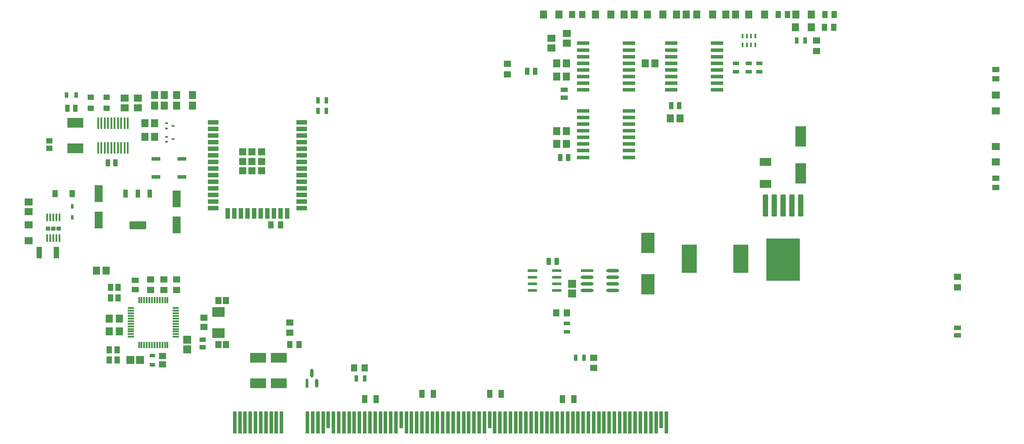
<source format=gtp>
G04*
G04 #@! TF.GenerationSoftware,Altium Limited,Altium Designer,21.3.2 (30)*
G04*
G04 Layer_Color=8421504*
%FSLAX25Y25*%
%MOIN*%
G70*
G04*
G04 #@! TF.SameCoordinates,06CA3BE7-F167-48F9-AA53-4FDEF555C1C3*
G04*
G04*
G04 #@! TF.FilePolarity,Positive*
G04*
G01*
G75*
%ADD20R,0.05512X0.06102*%
%ADD21R,0.04921X0.03150*%
%ADD22R,0.01772X0.03543*%
%ADD23R,0.03937X0.05315*%
G04:AMPARAMS|DCode=24|XSize=97.4mil|YSize=24.49mil|CornerRadius=12.25mil|HoleSize=0mil|Usage=FLASHONLY|Rotation=0.000|XOffset=0mil|YOffset=0mil|HoleType=Round|Shape=RoundedRectangle|*
%AMROUNDEDRECTD24*
21,1,0.09740,0.00000,0,0,0.0*
21,1,0.07291,0.02449,0,0,0.0*
1,1,0.02449,0.03646,0.00000*
1,1,0.02449,-0.03646,0.00000*
1,1,0.02449,-0.03646,0.00000*
1,1,0.02449,0.03646,0.00000*
%
%ADD24ROUNDEDRECTD24*%
%ADD25R,0.09740X0.02449*%
%ADD26R,0.07874X0.15748*%
%ADD27R,0.08583X0.06378*%
%ADD28R,0.09843X0.15748*%
%ADD29R,0.11417X0.21260*%
G04:AMPARAMS|DCode=30|XSize=39.37mil|YSize=163.39mil|CornerRadius=1.97mil|HoleSize=0mil|Usage=FLASHONLY|Rotation=0.000|XOffset=0mil|YOffset=0mil|HoleType=Round|Shape=RoundedRectangle|*
%AMROUNDEDRECTD30*
21,1,0.03937,0.15945,0,0,0.0*
21,1,0.03543,0.16339,0,0,0.0*
1,1,0.00394,0.01772,-0.07972*
1,1,0.00394,-0.01772,-0.07972*
1,1,0.00394,-0.01772,0.07972*
1,1,0.00394,0.01772,0.07972*
%
%ADD30ROUNDEDRECTD30*%
G04:AMPARAMS|DCode=31|XSize=251.97mil|YSize=322.84mil|CornerRadius=2.52mil|HoleSize=0mil|Usage=FLASHONLY|Rotation=0.000|XOffset=0mil|YOffset=0mil|HoleType=Round|Shape=RoundedRectangle|*
%AMROUNDEDRECTD31*
21,1,0.25197,0.31780,0,0,0.0*
21,1,0.24693,0.32284,0,0,0.0*
1,1,0.00504,0.12347,-0.15890*
1,1,0.00504,-0.12347,-0.15890*
1,1,0.00504,-0.12347,0.15890*
1,1,0.00504,0.12347,0.15890*
%
%ADD31ROUNDEDRECTD31*%
%ADD32R,0.03150X0.04921*%
%ADD33R,0.05709X0.04724*%
%ADD34R,0.05906X0.05512*%
%ADD35R,0.06102X0.05512*%
%ADD36R,0.05315X0.03740*%
%ADD37R,0.05512X0.05906*%
%ADD38R,0.03740X0.05315*%
%ADD39R,0.05315X0.03937*%
%ADD40R,0.02468X0.06530*%
G04:AMPARAMS|DCode=41|XSize=65.3mil|YSize=24.68mil|CornerRadius=12.34mil|HoleSize=0mil|Usage=FLASHONLY|Rotation=90.000|XOffset=0mil|YOffset=0mil|HoleType=Round|Shape=RoundedRectangle|*
%AMROUNDEDRECTD41*
21,1,0.06530,0.00000,0,0,90.0*
21,1,0.04063,0.02468,0,0,90.0*
1,1,0.02468,0.00000,0.02031*
1,1,0.02468,0.00000,-0.02031*
1,1,0.02468,0.00000,-0.02031*
1,1,0.02468,0.00000,0.02031*
%
%ADD41ROUNDEDRECTD41*%
%ADD42R,0.04724X0.05709*%
%ADD43R,0.06102X0.06102*%
%ADD44R,0.04331X0.08661*%
%ADD45R,0.04331X0.05315*%
%ADD46R,0.02126X0.03386*%
G04:AMPARAMS|DCode=47|XSize=59.06mil|YSize=11.81mil|CornerRadius=1.95mil|HoleSize=0mil|Usage=FLASHONLY|Rotation=90.000|XOffset=0mil|YOffset=0mil|HoleType=Round|Shape=RoundedRectangle|*
%AMROUNDEDRECTD47*
21,1,0.05906,0.00791,0,0,90.0*
21,1,0.05516,0.01181,0,0,90.0*
1,1,0.00390,0.00396,0.02758*
1,1,0.00390,0.00396,-0.02758*
1,1,0.00390,-0.00396,-0.02758*
1,1,0.00390,-0.00396,0.02758*
%
%ADD47ROUNDEDRECTD47*%
%ADD48R,0.07378X0.02134*%
G04:AMPARAMS|DCode=49|XSize=73.78mil|YSize=21.34mil|CornerRadius=10.67mil|HoleSize=0mil|Usage=FLASHONLY|Rotation=0.000|XOffset=0mil|YOffset=0mil|HoleType=Round|Shape=RoundedRectangle|*
%AMROUNDEDRECTD49*
21,1,0.07378,0.00000,0,0,0.0*
21,1,0.05244,0.02134,0,0,0.0*
1,1,0.02134,0.02622,0.00000*
1,1,0.02134,-0.02622,0.00000*
1,1,0.02134,-0.02622,0.00000*
1,1,0.02134,0.02622,0.00000*
%
%ADD49ROUNDEDRECTD49*%
%ADD50R,0.09449X0.03150*%
%ADD51R,0.09449X0.02756*%
%ADD52R,0.06299X0.12598*%
%ADD53R,0.12400X0.07700*%
%ADD54R,0.03937X0.05906*%
%ADD55R,0.02756X0.16535*%
%ADD56R,0.02756X0.12598*%
G04:AMPARAMS|DCode=57|XSize=124.02mil|YSize=57.09mil|CornerRadius=2mil|HoleSize=0mil|Usage=FLASHONLY|Rotation=0.000|XOffset=0mil|YOffset=0mil|HoleType=Round|Shape=RoundedRectangle|*
%AMROUNDEDRECTD57*
21,1,0.12402,0.05309,0,0,0.0*
21,1,0.12002,0.05709,0,0,0.0*
1,1,0.00400,0.06001,-0.02655*
1,1,0.00400,-0.06001,-0.02655*
1,1,0.00400,-0.06001,0.02655*
1,1,0.00400,0.06001,0.02655*
%
%ADD57ROUNDEDRECTD57*%
G04:AMPARAMS|DCode=58|XSize=35.43mil|YSize=57.09mil|CornerRadius=1.95mil|HoleSize=0mil|Usage=FLASHONLY|Rotation=0.000|XOffset=0mil|YOffset=0mil|HoleType=Round|Shape=RoundedRectangle|*
%AMROUNDEDRECTD58*
21,1,0.03543,0.05319,0,0,0.0*
21,1,0.03154,0.05709,0,0,0.0*
1,1,0.00390,0.01577,-0.02659*
1,1,0.00390,-0.01577,-0.02659*
1,1,0.00390,-0.01577,0.02659*
1,1,0.00390,0.01577,0.02659*
%
%ADD58ROUNDEDRECTD58*%
%ADD59R,0.04528X0.05315*%
%ADD60R,0.06102X0.06102*%
%ADD61R,0.04134X0.03150*%
%ADD62R,0.05709X0.05118*%
%ADD63R,0.05709X0.04528*%
%ADD64R,0.09449X0.07480*%
%ADD65R,0.04969X0.03771*%
%ADD66R,0.05727X0.06127*%
%ADD67R,0.05315X0.06102*%
%ADD68R,0.06693X0.03150*%
%ADD69R,0.02000X0.01402*%
%ADD70R,0.05118X0.01181*%
%ADD71R,0.01181X0.05118*%
%ADD72R,0.04724X0.04331*%
%ADD73R,0.03150X0.04134*%
G04:AMPARAMS|DCode=74|XSize=88.58mil|YSize=15.75mil|CornerRadius=7.87mil|HoleSize=0mil|Usage=FLASHONLY|Rotation=270.000|XOffset=0mil|YOffset=0mil|HoleType=Round|Shape=RoundedRectangle|*
%AMROUNDEDRECTD74*
21,1,0.08858,0.00000,0,0,270.0*
21,1,0.07284,0.01575,0,0,270.0*
1,1,0.01575,0.00000,-0.03642*
1,1,0.01575,0.00000,0.03642*
1,1,0.01575,0.00000,0.03642*
1,1,0.01575,0.00000,-0.03642*
%
%ADD74ROUNDEDRECTD74*%
%ADD75R,0.05151X0.03960*%
%ADD76R,0.07874X0.03543*%
%ADD77R,0.03543X0.07874*%
%ADD78R,0.05236X0.05236*%
G36*
X37022Y162028D02*
X39908D01*
X39947D01*
X40019Y161998D01*
X40074Y161942D01*
X40104Y161870D01*
Y161831D01*
D01*
Y159468D01*
Y159429D01*
X40074Y159357D01*
X40019Y159302D01*
X39947Y159272D01*
X39908D01*
D01*
X37022D01*
X36983D01*
X36910Y159302D01*
X36855Y159357D01*
X36825Y159429D01*
Y159468D01*
D01*
Y161831D01*
Y161870D01*
X36855Y161942D01*
X36910Y161998D01*
X36983Y162028D01*
X37022D01*
D01*
D02*
G37*
G36*
X44159Y159468D02*
Y159429D01*
X44129Y159357D01*
X44074Y159302D01*
X44002Y159272D01*
X43963D01*
D01*
X41077D01*
X41038D01*
X40965Y159302D01*
X40910Y159357D01*
X40880Y159429D01*
Y159468D01*
D01*
Y161831D01*
Y161870D01*
X40910Y161942D01*
X40965Y161998D01*
X41038Y162028D01*
X41077D01*
D01*
X43963D01*
X44002D01*
X44074Y161998D01*
X44129Y161942D01*
X44159Y161870D01*
Y161831D01*
D01*
Y159468D01*
D02*
G37*
G36*
X45132Y162028D02*
X48018D01*
X48057D01*
X48129Y161998D01*
X48185Y161942D01*
X48215Y161870D01*
Y161831D01*
D01*
Y159468D01*
Y159429D01*
X48185Y159357D01*
X48129Y159302D01*
X48057Y159272D01*
X48018D01*
D01*
X45132D01*
X45093D01*
X45020Y159302D01*
X44965Y159357D01*
X44935Y159429D01*
Y159468D01*
D01*
Y161831D01*
Y161870D01*
X44965Y161942D01*
X45020Y161998D01*
X45093Y162028D01*
X45132D01*
D01*
D02*
G37*
D20*
X516929Y244094D02*
D03*
X509449D02*
D03*
X423425Y224803D02*
D03*
X430905D02*
D03*
X423425Y275984D02*
D03*
X430905D02*
D03*
X490354Y285965D02*
D03*
X497835D02*
D03*
X423425Y234646D02*
D03*
X430905D02*
D03*
X423425Y285965D02*
D03*
X430905D02*
D03*
X482087Y322835D02*
D03*
X474606D02*
D03*
X558858D02*
D03*
X551378D02*
D03*
X521457D02*
D03*
X513976D02*
D03*
X119095Y261811D02*
D03*
X126575D02*
D03*
X119095Y253937D02*
D03*
X126575D02*
D03*
X111614Y230315D02*
D03*
X119095D02*
D03*
X111614Y240551D02*
D03*
X119095D02*
D03*
D21*
X568898Y285965D02*
D03*
Y279665D02*
D03*
X576772Y285965D02*
D03*
Y279665D02*
D03*
X559055Y285965D02*
D03*
Y279665D02*
D03*
X431102Y88779D02*
D03*
Y82480D02*
D03*
D22*
X564173Y306496D02*
D03*
X567323D02*
D03*
X570472D02*
D03*
X573622D02*
D03*
Y299803D02*
D03*
X570472D02*
D03*
X567323D02*
D03*
X564173D02*
D03*
D23*
X214350Y163386D02*
D03*
X207264D02*
D03*
X626181Y313189D02*
D03*
X633268D02*
D03*
X633465Y322835D02*
D03*
X626378D02*
D03*
X598032D02*
D03*
X590945D02*
D03*
X221457Y72835D02*
D03*
X228543D02*
D03*
X91535Y108268D02*
D03*
X85630D02*
D03*
X91535Y116142D02*
D03*
X85630D02*
D03*
X84744Y61024D02*
D03*
X90650D02*
D03*
X84744Y68898D02*
D03*
X90650D02*
D03*
D24*
X465614Y128957D02*
D03*
Y123957D02*
D03*
Y118957D02*
D03*
Y113957D02*
D03*
X446590D02*
D03*
Y118957D02*
D03*
Y123957D02*
D03*
D25*
Y128957D02*
D03*
D26*
X608268Y230512D02*
D03*
Y202559D02*
D03*
D27*
X581496Y194449D02*
D03*
Y211063D02*
D03*
D28*
X492520Y150000D02*
D03*
Y118504D02*
D03*
D29*
X562795Y137795D02*
D03*
X523819D02*
D03*
D30*
X608268Y178150D02*
D03*
X601575D02*
D03*
X594882D02*
D03*
X588189D02*
D03*
X581496D02*
D03*
D31*
X594882Y137008D02*
D03*
D32*
X444095Y62992D02*
D03*
X437795D02*
D03*
X278150Y47244D02*
D03*
X271850D02*
D03*
X605118Y303150D02*
D03*
X611417D02*
D03*
X249213Y250000D02*
D03*
X242913D02*
D03*
X249213Y257874D02*
D03*
X242913D02*
D03*
D33*
X451575Y62992D02*
D03*
Y55118D02*
D03*
X726772Y116142D02*
D03*
Y124016D02*
D03*
X221457Y89567D02*
D03*
Y81693D02*
D03*
X386181Y277559D02*
D03*
Y285433D02*
D03*
X620079Y295276D02*
D03*
Y303150D02*
D03*
X135827Y122047D02*
D03*
Y114173D02*
D03*
X125984Y122047D02*
D03*
Y114173D02*
D03*
X116142Y122047D02*
D03*
Y114173D02*
D03*
D34*
X23622Y151575D02*
D03*
Y163386D02*
D03*
X755905Y211024D02*
D03*
Y222835D02*
D03*
Y261811D02*
D03*
Y250000D02*
D03*
D35*
X23622Y180905D02*
D03*
Y173425D02*
D03*
X419291Y304921D02*
D03*
Y297441D02*
D03*
X431102Y308642D02*
D03*
Y301161D02*
D03*
X106299Y259646D02*
D03*
Y252165D02*
D03*
X96457Y259646D02*
D03*
Y252165D02*
D03*
D36*
X726772Y85630D02*
D03*
Y79724D02*
D03*
X429134Y265748D02*
D03*
Y259842D02*
D03*
D37*
X615945Y313189D02*
D03*
X604134D02*
D03*
X464567Y322835D02*
D03*
X452756D02*
D03*
X616142D02*
D03*
X604331D02*
D03*
X580709Y322835D02*
D03*
X568898D02*
D03*
X541339Y322835D02*
D03*
X529528D02*
D03*
X503937Y322835D02*
D03*
X492126D02*
D03*
X425197Y322835D02*
D03*
X413386D02*
D03*
X135827Y253937D02*
D03*
X147638D02*
D03*
X135827Y261811D02*
D03*
X147638D02*
D03*
D38*
X510236Y253937D02*
D03*
X516142D02*
D03*
X432087Y214587D02*
D03*
X426181D02*
D03*
X401221Y279724D02*
D03*
X407126D02*
D03*
X423425Y135827D02*
D03*
X417520D02*
D03*
X83661Y210630D02*
D03*
X89567D02*
D03*
X59055Y251969D02*
D03*
X53150D02*
D03*
D39*
X755905Y191732D02*
D03*
Y198819D02*
D03*
X755905Y281102D02*
D03*
Y274016D02*
D03*
X104331Y114567D02*
D03*
Y121653D02*
D03*
D40*
X234587Y43399D02*
D03*
D41*
X241791D02*
D03*
X238189Y51089D02*
D03*
D42*
X278150Y55118D02*
D03*
X270276D02*
D03*
X442913Y322835D02*
D03*
X435039D02*
D03*
X431102Y96850D02*
D03*
X423228D02*
D03*
D43*
X435039Y118799D02*
D03*
Y111516D02*
D03*
X143701Y69193D02*
D03*
Y76476D02*
D03*
D44*
X31890Y142520D02*
D03*
X44882D02*
D03*
D45*
X43701Y187303D02*
D03*
X56693D02*
D03*
D46*
Y169016D02*
D03*
Y177441D02*
D03*
D47*
X37795Y169016D02*
D03*
X40157D02*
D03*
X42520D02*
D03*
X44882D02*
D03*
X47244D02*
D03*
Y153661D02*
D03*
X44882D02*
D03*
X42520D02*
D03*
X40157D02*
D03*
X37795D02*
D03*
D48*
X405252Y128898D02*
D03*
D49*
Y123898D02*
D03*
Y118898D02*
D03*
Y113898D02*
D03*
X423489D02*
D03*
Y118898D02*
D03*
Y123898D02*
D03*
Y128898D02*
D03*
D50*
X477953Y214587D02*
D03*
Y249980D02*
D03*
X443307D02*
D03*
Y214587D02*
D03*
X477953Y265768D02*
D03*
Y301161D02*
D03*
X443307D02*
D03*
Y265768D02*
D03*
X544882Y265768D02*
D03*
Y301162D02*
D03*
X510236D02*
D03*
Y265768D02*
D03*
D51*
X477953Y219783D02*
D03*
Y224783D02*
D03*
Y229784D02*
D03*
Y234784D02*
D03*
Y239784D02*
D03*
Y244783D02*
D03*
X443307D02*
D03*
Y239784D02*
D03*
Y234784D02*
D03*
Y229784D02*
D03*
Y224783D02*
D03*
Y219783D02*
D03*
X477953Y270965D02*
D03*
Y275965D02*
D03*
Y280965D02*
D03*
Y285965D02*
D03*
Y290965D02*
D03*
Y295965D02*
D03*
X443307D02*
D03*
Y290965D02*
D03*
Y285965D02*
D03*
Y280965D02*
D03*
Y275965D02*
D03*
Y270965D02*
D03*
X544882Y270965D02*
D03*
Y275965D02*
D03*
Y280965D02*
D03*
Y285965D02*
D03*
Y290965D02*
D03*
Y295965D02*
D03*
X510236D02*
D03*
Y290965D02*
D03*
Y285965D02*
D03*
Y280965D02*
D03*
Y275965D02*
D03*
Y270965D02*
D03*
D52*
X135827Y183071D02*
D03*
Y163386D02*
D03*
X76772Y167323D02*
D03*
Y187008D02*
D03*
D53*
X197441Y43500D02*
D03*
Y62800D02*
D03*
X213189Y43500D02*
D03*
Y62800D02*
D03*
X59055Y221555D02*
D03*
Y240855D02*
D03*
D54*
X372638Y35433D02*
D03*
X381299D02*
D03*
X321457D02*
D03*
X330118D02*
D03*
X278150Y31496D02*
D03*
X286811D02*
D03*
X427756D02*
D03*
X436417D02*
D03*
D55*
X289961Y13780D02*
D03*
X282087D02*
D03*
X270276D02*
D03*
X297835D02*
D03*
X278150D02*
D03*
X286024D02*
D03*
X293898D02*
D03*
X301772D02*
D03*
X274213D02*
D03*
X258465D02*
D03*
X262402D02*
D03*
X266339D02*
D03*
X309646D02*
D03*
X179724D02*
D03*
X183661D02*
D03*
X211221D02*
D03*
X199409D02*
D03*
X187598D02*
D03*
X207283D02*
D03*
X191535D02*
D03*
X195472D02*
D03*
X203346D02*
D03*
X215158D02*
D03*
X234842D02*
D03*
X254528D02*
D03*
X238779D02*
D03*
X246654D02*
D03*
X242717D02*
D03*
X325394D02*
D03*
X352953D02*
D03*
X360827D02*
D03*
X329331D02*
D03*
X321457D02*
D03*
X313583D02*
D03*
X341142D02*
D03*
X317520D02*
D03*
X345079D02*
D03*
X349016D02*
D03*
X364764D02*
D03*
X376575D02*
D03*
X368701D02*
D03*
X356890D02*
D03*
X333268D02*
D03*
X337205D02*
D03*
X380512D02*
D03*
X384449D02*
D03*
X388386D02*
D03*
X392323D02*
D03*
X396260D02*
D03*
X400197D02*
D03*
X404134D02*
D03*
X408071D02*
D03*
X412008D02*
D03*
X415945D02*
D03*
X419882D02*
D03*
X423819D02*
D03*
X427756D02*
D03*
X431693D02*
D03*
X435630D02*
D03*
X439567D02*
D03*
X443504D02*
D03*
X447441D02*
D03*
X451378D02*
D03*
X455315D02*
D03*
X459252D02*
D03*
X463189D02*
D03*
X467126D02*
D03*
X471063D02*
D03*
X475000D02*
D03*
X478937D02*
D03*
X482874D02*
D03*
X486811D02*
D03*
X490748D02*
D03*
X494685D02*
D03*
X498622D02*
D03*
X506496D02*
D03*
D56*
X305709Y15748D02*
D03*
X250590D02*
D03*
X372638D02*
D03*
X502559D02*
D03*
D57*
X106299Y163091D02*
D03*
D58*
X97244Y187303D02*
D03*
X106299D02*
D03*
X115354D02*
D03*
D59*
X173031Y106299D02*
D03*
X167323D02*
D03*
X173031Y72835D02*
D03*
X167323D02*
D03*
D60*
X100689Y61024D02*
D03*
X107972D02*
D03*
D61*
X117323Y64665D02*
D03*
Y57382D02*
D03*
D62*
X125000Y57874D02*
D03*
Y64173D02*
D03*
D63*
X156496Y93012D02*
D03*
Y86122D02*
D03*
D64*
X167323Y81496D02*
D03*
Y97638D02*
D03*
D65*
X155512Y76485D02*
D03*
Y70759D02*
D03*
D66*
X75095Y128937D02*
D03*
X82385D02*
D03*
D67*
X92421Y82677D02*
D03*
X84744D02*
D03*
X92421Y92520D02*
D03*
X84744D02*
D03*
D68*
X120079Y213386D02*
D03*
Y200000D02*
D03*
X139764Y213386D02*
D03*
Y200000D02*
D03*
D69*
X128159Y230315D02*
D03*
Y226378D02*
D03*
X133258Y228346D02*
D03*
X128159Y240551D02*
D03*
Y236614D02*
D03*
X133258Y238583D02*
D03*
D70*
X101181Y100394D02*
D03*
Y98425D02*
D03*
Y96457D02*
D03*
Y94488D02*
D03*
Y92520D02*
D03*
Y90551D02*
D03*
Y78740D02*
D03*
Y80709D02*
D03*
Y82677D02*
D03*
Y84646D02*
D03*
Y86614D02*
D03*
Y88583D02*
D03*
X135039Y78740D02*
D03*
Y80709D02*
D03*
Y82677D02*
D03*
Y84646D02*
D03*
Y86614D02*
D03*
Y88583D02*
D03*
Y100394D02*
D03*
Y98425D02*
D03*
Y96457D02*
D03*
Y94488D02*
D03*
Y92520D02*
D03*
Y90551D02*
D03*
D71*
X107283Y72638D02*
D03*
X109252D02*
D03*
X111221D02*
D03*
X113189D02*
D03*
X115157D02*
D03*
X117126D02*
D03*
X128937D02*
D03*
X126969D02*
D03*
X125000D02*
D03*
X123031D02*
D03*
X121063D02*
D03*
X119095D02*
D03*
X128937Y106496D02*
D03*
X126969D02*
D03*
X125000D02*
D03*
X123031D02*
D03*
X121063D02*
D03*
X119095D02*
D03*
X107283D02*
D03*
X109252D02*
D03*
X111221D02*
D03*
X113189D02*
D03*
X115157D02*
D03*
X117126D02*
D03*
D72*
X82677Y251772D02*
D03*
Y260039D02*
D03*
X70866Y251772D02*
D03*
Y260039D02*
D03*
D73*
X59744Y261811D02*
D03*
X52461D02*
D03*
D74*
X98848Y240650D02*
D03*
X96348D02*
D03*
X93848D02*
D03*
X91348D02*
D03*
X88848D02*
D03*
X86348D02*
D03*
X83848D02*
D03*
X81348D02*
D03*
X78848D02*
D03*
X76348D02*
D03*
Y221949D02*
D03*
X78848D02*
D03*
X81348D02*
D03*
X83848D02*
D03*
X86348D02*
D03*
X88848D02*
D03*
X91348D02*
D03*
X93848D02*
D03*
X96348D02*
D03*
X98848D02*
D03*
D75*
X39370Y221550D02*
D03*
Y227269D02*
D03*
D76*
X163386Y241181D02*
D03*
Y236181D02*
D03*
Y231181D02*
D03*
Y226181D02*
D03*
Y221181D02*
D03*
Y216181D02*
D03*
Y211181D02*
D03*
Y206181D02*
D03*
Y201181D02*
D03*
Y196181D02*
D03*
Y191181D02*
D03*
Y186181D02*
D03*
Y181181D02*
D03*
Y176181D02*
D03*
X230315D02*
D03*
Y181181D02*
D03*
Y186181D02*
D03*
Y191181D02*
D03*
Y196181D02*
D03*
Y201181D02*
D03*
Y206181D02*
D03*
Y211181D02*
D03*
Y216181D02*
D03*
Y221181D02*
D03*
Y226181D02*
D03*
Y231181D02*
D03*
Y236181D02*
D03*
Y241181D02*
D03*
D77*
X174350Y172244D02*
D03*
X179350D02*
D03*
X184350D02*
D03*
X189350D02*
D03*
X194350D02*
D03*
X199350D02*
D03*
X204350D02*
D03*
X209350D02*
D03*
X214350D02*
D03*
X219350D02*
D03*
D78*
X185689Y218878D02*
D03*
X192913D02*
D03*
X200138D02*
D03*
X185689Y211653D02*
D03*
X192913D02*
D03*
X200138D02*
D03*
X185689Y204429D02*
D03*
X192913D02*
D03*
X200138D02*
D03*
M02*

</source>
